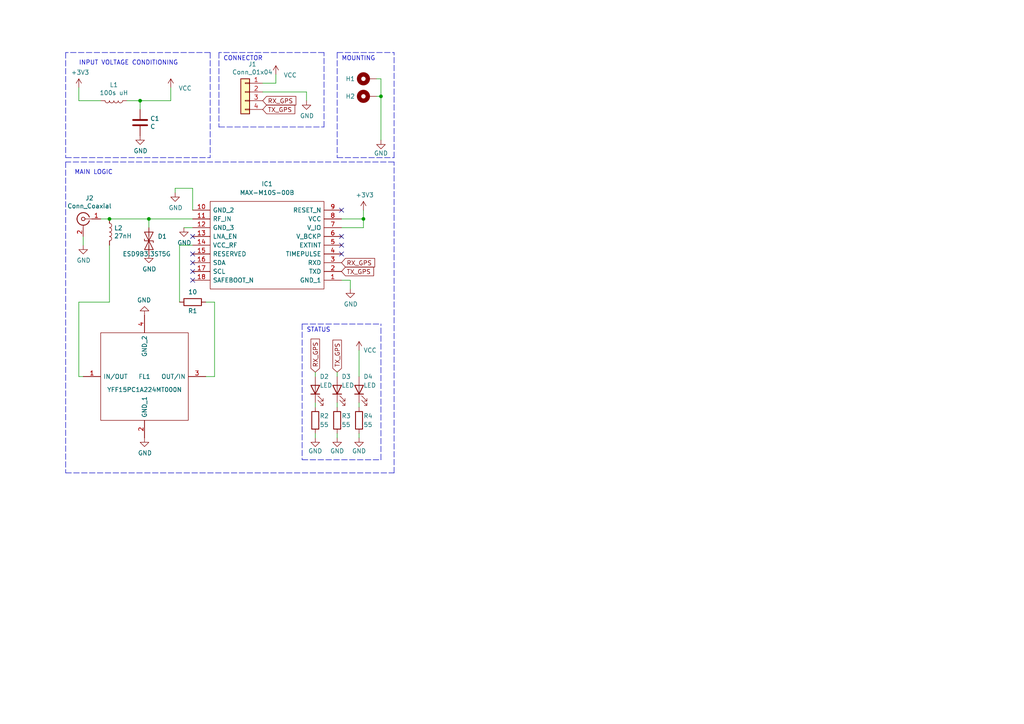
<source format=kicad_sch>
(kicad_sch (version 20211123) (generator eeschema)
  (paper "A4")
  (lib_symbols
    (symbol "Connector:Conn_Coaxial" (pin_names (offset 1.016) hide)
      (property "Reference" "J" (at 0.254 3.048 0))
      (property "Value" "Conn_Coaxial" (at 2.921 0 90))
      (symbol "Conn_Coaxial_0_1"
        (arc (start -1.778 -0.508) (mid 0.2311 -1.8066) (end 1.778 0) (stroke (width 0.254)))
        (polyline (pts (xy -2.54 0) (xy -0.508 0)))
        (polyline (pts (xy 0 -2.54) (xy 0 -1.778)))
        (circle (center 0 0) (radius 0.508) (stroke (width 0.2032)))
        (arc (start 1.778 0) (mid 0.2099 1.8101) (end -1.778 0.508) (stroke (width 0.254)))
      )
      (symbol "Conn_Coaxial_1_1"
        (pin passive line (at -5.08 0 0) (length 2.54) (name "In") (number "1"))
        (pin passive line (at 0 -5.08 90) (length 2.54) (name "Ext") (number "2"))
      )
    )
    (symbol "Connector_Generic:Conn_01x04" (pin_names (offset 1.016) hide)
      (property "Reference" "J" (at 0 5.08 0))
      (property "Value" "Conn_01x04" (at 0 -7.62 0))
      (symbol "Conn_01x04_1_1"
        (rectangle (start -1.27 -4.953) (end 0 -5.207) (stroke (width 0.1524)))
        (rectangle (start -1.27 -2.413) (end 0 -2.667) (stroke (width 0.1524)))
        (rectangle (start -1.27 0.127) (end 0 -0.127) (stroke (width 0.1524)))
        (rectangle (start -1.27 2.667) (end 0 2.413) (stroke (width 0.1524)))
        (rectangle (start -1.27 3.81) (end 1.27 -6.35) (stroke (width 0.254)) (fill (type background)))
        (pin passive line (at -5.08 2.54 0) (length 3.81) (name "Pin_1") (number "1"))
        (pin passive line (at -5.08 0 0) (length 3.81) (name "Pin_2") (number "2"))
        (pin passive line (at -5.08 -2.54 0) (length 3.81) (name "Pin_3") (number "3"))
        (pin passive line (at -5.08 -5.08 0) (length 3.81) (name "Pin_4") (number "4"))
      )
    )
    (symbol "Device:C" (pin_numbers hide) (pin_names (offset 0.254))
      (property "Reference" "C" (at 0.635 2.54 0))
      (property "Value" "C" (at 0.635 -2.54 0))
      (symbol "C_0_1"
        (polyline (pts (xy -2.032 -0.762) (xy 2.032 -0.762)) (stroke (width 0.508)))
        (polyline (pts (xy -2.032 0.762) (xy 2.032 0.762)) (stroke (width 0.508)))
      )
      (symbol "C_1_1"
        (pin passive line (at 0 3.81 270) (length 2.794) (name "~") (number "1"))
        (pin passive line (at 0 -3.81 90) (length 2.794) (name "~") (number "2"))
      )
    )
    (symbol "Device:L" (pin_numbers hide) (pin_names (offset 1.016) hide)
      (property "Reference" "L" (at -1.27 0 90))
      (property "Value" "L" (at 1.905 0 90))
      (symbol "L_0_1"
        (arc (start 0 -2.54) (mid 0.635 -1.905) (end 0 -1.27))
        (arc (start 0 -1.27) (mid 0.635 -0.635) (end 0 0))
        (arc (start 0 0) (mid 0.635 0.635) (end 0 1.27))
        (arc (start 0 1.27) (mid 0.635 1.905) (end 0 2.54))
      )
      (symbol "L_1_1"
        (pin passive line (at 0 3.81 270) (length 1.27) (name "1") (number "1"))
        (pin passive line (at 0 -3.81 90) (length 1.27) (name "2") (number "2"))
      )
    )
    (symbol "Device:LED" (pin_numbers hide) (pin_names (offset 1.016) hide)
      (property "Reference" "D" (at 0 2.54 0))
      (property "Value" "LED" (at 0 -2.54 0))
      (symbol "LED_0_1"
        (polyline (pts (xy -1.27 -1.27) (xy -1.27 1.27)) (stroke (width 0.254)))
        (polyline (pts (xy -1.27 0) (xy 1.27 0)))
        (polyline (pts (xy 1.27 -1.27) (xy 1.27 1.27) (xy -1.27 0) (xy 1.27 -1.27)) (stroke (width 0.254)))
        (polyline (pts (xy -3.048 -0.762) (xy -4.572 -2.286) (xy -3.81 -2.286) (xy -4.572 -2.286) (xy -4.572 -1.524)))
        (polyline (pts (xy -1.778 -0.762) (xy -3.302 -2.286) (xy -2.54 -2.286) (xy -3.302 -2.286) (xy -3.302 -1.524)))
      )
      (symbol "LED_1_1"
        (pin passive line (at -3.81 0 0) (length 2.54) (name "K") (number "1"))
        (pin passive line (at 3.81 0 180) (length 2.54) (name "A") (number "2"))
      )
    )
    (symbol "Device:R" (pin_numbers hide) (pin_names (offset 0))
      (property "Reference" "R" (at 2.032 0 90))
      (property "Value" "R" (at 0 0 90))
      (symbol "R_0_1"
        (rectangle (start -1.016 -2.54) (end 1.016 2.54) (stroke (width 0.254)))
      )
      (symbol "R_1_1"
        (pin passive line (at 0 3.81 270) (length 1.27) (name "~") (number "1"))
        (pin passive line (at 0 -3.81 90) (length 1.27) (name "~") (number "2"))
      )
    )
    (symbol "Diode:ESD9B3.3ST5G" (pin_numbers hide) (pin_names (offset 1.016) hide)
      (property "Reference" "D" (at 0 2.54 0))
      (property "Value" "ESD9B3.3ST5G" (at 0 -2.54 0))
      (symbol "ESD9B3.3ST5G_0_1"
        (polyline (pts (xy 1.27 0) (xy -1.27 0)))
        (polyline (pts (xy -2.54 -1.27) (xy 0 0) (xy -2.54 1.27) (xy -2.54 -1.27)) (stroke (width 0.2032)))
        (polyline (pts (xy 0.508 1.27) (xy 0 1.27) (xy 0 -1.27) (xy -0.508 -1.27)) (stroke (width 0.2032)))
        (polyline (pts (xy 2.54 1.27) (xy 2.54 -1.27) (xy 0 0) (xy 2.54 1.27)) (stroke (width 0.2032)))
      )
      (symbol "ESD9B3.3ST5G_1_1"
        (pin passive line (at -3.81 0 0) (length 2.54) (name "A1") (number "1"))
        (pin passive line (at 3.81 0 180) (length 2.54) (name "A2") (number "2"))
      )
    )
    (symbol "Mechanical:MountingHole_Pad" (pin_numbers hide) (pin_names (offset 1.016) hide)
      (property "Reference" "H" (at 0 6.35 0))
      (property "Value" "MountingHole_Pad" (at 0 4.445 0))
      (symbol "MountingHole_Pad_0_1"
        (circle (center 0 1.27) (radius 1.27) (stroke (width 1.27)))
      )
      (symbol "MountingHole_Pad_1_1"
        (pin input line (at 0 -2.54 90) (length 2.54) (name "1") (number "1"))
      )
    )
    (symbol "New_Library:MAX-M10S-00B" (pin_names (offset 0.762))
      (property "Reference" "IC" (at 39.37 7.62 0))
      (property "Value" "MAX-M10S-00B" (at 39.37 5.08 0))
      (symbol "MAX-M10S-00B_0_0"
        (pin passive line (at 43.18 -20.32 180) (length 5.08) (name "GND_1") (number "1"))
        (pin passive line (at 0 0 0) (length 5.08) (name "GND_2") (number "10"))
        (pin passive line (at 0 -2.54 0) (length 5.08) (name "RF_IN") (number "11"))
        (pin passive line (at 0 -5.08 0) (length 5.08) (name "GND_3") (number "12"))
        (pin passive line (at 0 -7.62 0) (length 5.08) (name "LNA_EN") (number "13"))
        (pin passive line (at 0 -10.16 0) (length 5.08) (name "VCC_RF") (number "14"))
        (pin passive line (at 0 -12.7 0) (length 5.08) (name "RESERVED") (number "15"))
        (pin passive line (at 0 -15.24 0) (length 5.08) (name "SDA") (number "16"))
        (pin passive line (at 0 -17.78 0) (length 5.08) (name "SCL") (number "17"))
        (pin passive line (at 0 -20.32 0) (length 5.08) (name "SAFEBOOT_N") (number "18"))
        (pin passive line (at 43.18 -17.78 180) (length 5.08) (name "TXD") (number "2"))
        (pin passive line (at 43.18 -15.24 180) (length 5.08) (name "RXD") (number "3"))
        (pin passive line (at 43.18 -12.7 180) (length 5.08) (name "TIMEPULSE") (number "4"))
        (pin passive line (at 43.18 -10.16 180) (length 5.08) (name "EXTINT") (number "5"))
        (pin passive line (at 43.18 -7.62 180) (length 5.08) (name "V_BCKP") (number "6"))
        (pin passive line (at 43.18 -5.08 180) (length 5.08) (name "V_IO") (number "7"))
        (pin passive line (at 43.18 -2.54 180) (length 5.08) (name "VCC") (number "8"))
        (pin passive line (at 43.18 0 180) (length 5.08) (name "RESET_N") (number "9"))
      )
      (symbol "MAX-M10S-00B_0_1"
        (polyline (pts (xy 5.08 2.54) (xy 38.1 2.54) (xy 38.1 -22.86) (xy 5.08 -22.86) (xy 5.08 2.54)) (stroke (width 0.1524)))
      )
    )
    (symbol "YFF15PC1A224MT000N:YFF15PC1A224MT000N" (pin_names (offset 0.762))
      (property "Reference" "FL" (at 31.75 17.78 0))
      (property "Value" "YFF15PC1A224MT000N" (at 31.75 15.24 0))
      (symbol "YFF15PC1A224MT000N_0_0"
        (pin passive line (at 0 0 0) (length 5.08) (name "IN/OUT") (number "1"))
        (pin passive line (at 17.78 -17.78 90) (length 5.08) (name "GND_1") (number "2"))
        (pin passive line (at 35.56 0 180) (length 5.08) (name "OUT/IN") (number "3"))
        (pin passive line (at 17.78 17.78 270) (length 5.08) (name "GND_2") (number "4"))
      )
      (symbol "YFF15PC1A224MT000N_0_1"
        (polyline (pts (xy 5.08 12.7) (xy 30.48 12.7) (xy 30.48 -12.7) (xy 5.08 -12.7) (xy 5.08 12.7)) (stroke (width 0.1524)))
      )
    )
    (symbol "power:+3V3" (power) (pin_names (offset 0))
      (property "Value" "+3V3" (at 0 3.556 0))
      (symbol "+3V3_0_1"
        (polyline (pts (xy -0.762 1.27) (xy 0 2.54)))
        (polyline (pts (xy 0 0) (xy 0 2.54)))
        (polyline (pts (xy 0 2.54) (xy 0.762 1.27)))
      )
      (symbol "+3V3_1_1"
        (pin power_in line (at 0 0 90) (length 0) hide (name "+3V3") (number "1"))
      )
    )
    (symbol "power:GND" (power) (pin_names (offset 0))
      (property "Value" "GND" (at 0 -3.81 0))
      (symbol "GND_0_1"
        (polyline (pts (xy 0 0) (xy 0 -1.27) (xy 1.27 -1.27) (xy 0 -2.54) (xy -1.27 -1.27) (xy 0 -1.27)))
      )
      (symbol "GND_1_1"
        (pin power_in line (at 0 0 270) (length 0) hide (name "GND") (number "1"))
      )
    )
    (symbol "power:VCC" (power) (pin_names (offset 0))
      (property "Value" "VCC" (at 0 3.81 0))
      (symbol "VCC_0_1"
        (polyline (pts (xy -0.762 1.27) (xy 0 2.54)))
        (polyline (pts (xy 0 0) (xy 0 2.54)))
        (polyline (pts (xy 0 2.54) (xy 0.762 1.27)))
      )
      (symbol "VCC_1_1"
        (pin power_in line (at 0 0 90) (length 0) hide (name "VCC") (number "1"))
      )
    )
  )
  (junction (at 105.41 63.5))
  (junction (at 40.64 29.21))
  (junction (at 110.49 27.94))
  (junction (at 43.18 63.5))
  (junction (at 31.75 63.5))
  (no_connect (at 55.88 81.28))
  (no_connect (at 55.88 73.66))
  (no_connect (at 99.06 68.58))
  (no_connect (at 99.06 73.66))
  (no_connect (at 55.88 68.58))
  (no_connect (at 99.06 60.96))
  (no_connect (at 55.88 78.74))
  (no_connect (at 55.88 76.2))
  (no_connect (at 99.06 71.12))
  (wire (pts (xy 40.64 29.21) (xy 49.53 29.21)))
  (wire (pts (xy 22.86 29.21) (xy 29.21 29.21)))
  (wire (pts (xy 50.8 54.61) (xy 55.88 54.61)))
  (wire (pts (xy 76.2 26.67) (xy 88.9 26.67)))
  (wire (pts (xy 91.44 107.95) (xy 91.44 109.22)))
  (wire (pts (xy 105.41 63.5) (xy 99.06 63.5)))
  (wire (pts (xy 31.75 71.12) (xy 31.75 87.63)))
  (polyline (pts (xy 114.3 45.72) (xy 114.3 15.24)))
  (wire (pts (xy 104.14 116.84) (xy 104.14 118.11)))
  (polyline (pts (xy 87.63 93.98) (xy 110.49 93.98)))
  (wire (pts (xy 101.6 81.28) (xy 101.6 83.82)))
  (wire (pts (xy 109.22 27.94) (xy 110.49 27.94)))
  (wire (pts (xy 105.41 60.96) (xy 105.41 63.5)))
  (wire (pts (xy 31.75 63.5) (xy 43.18 63.5)))
  (wire (pts (xy 53.34 66.04) (xy 55.88 66.04)))
  (polyline (pts (xy 60.96 15.24) (xy 19.05 15.24)))
  (polyline (pts (xy 19.05 45.72) (xy 60.96 45.72)))
  (wire (pts (xy 80.01 24.13) (xy 80.01 21.59)))
  (wire (pts (xy 22.86 109.22) (xy 24.13 109.22)))
  (polyline (pts (xy 63.5 36.83) (xy 93.98 36.83)))
  (wire (pts (xy 29.21 63.5) (xy 31.75 63.5)))
  (wire (pts (xy 110.49 22.86) (xy 110.49 27.94)))
  (wire (pts (xy 104.14 125.73) (xy 104.14 127)))
  (wire (pts (xy 43.18 63.5) (xy 55.88 63.5)))
  (wire (pts (xy 110.49 27.94) (xy 110.49 40.64)))
  (polyline (pts (xy 114.3 46.99) (xy 19.05 46.99)))
  (wire (pts (xy 36.83 29.21) (xy 40.64 29.21)))
  (wire (pts (xy 24.13 71.12) (xy 24.13 68.58)))
  (polyline (pts (xy 87.63 133.35) (xy 110.49 133.35)))
  (wire (pts (xy 59.69 87.63) (xy 62.23 87.63)))
  (wire (pts (xy 109.22 22.86) (xy 110.49 22.86)))
  (polyline (pts (xy 93.98 36.83) (xy 93.98 15.24)))
  (polyline (pts (xy 19.05 15.24) (xy 19.05 45.72)))
  (polyline (pts (xy 19.05 137.16) (xy 114.3 137.16)))
  (polyline (pts (xy 87.63 93.98) (xy 87.63 133.35)))
  (polyline (pts (xy 60.96 15.24) (xy 60.96 45.72)))
  (wire (pts (xy 104.14 101.6) (xy 104.14 109.22)))
  (wire (pts (xy 99.06 66.04) (xy 105.41 66.04)))
  (wire (pts (xy 88.9 26.67) (xy 88.9 29.21)))
  (wire (pts (xy 105.41 66.04) (xy 105.41 63.5)))
  (wire (pts (xy 97.79 116.84) (xy 97.79 118.11)))
  (wire (pts (xy 43.18 63.5) (xy 43.18 66.04)))
  (polyline (pts (xy 97.79 15.24) (xy 97.79 45.72)))
  (wire (pts (xy 62.23 109.22) (xy 59.69 109.22)))
  (polyline (pts (xy 97.79 15.24) (xy 114.3 15.24)))
  (wire (pts (xy 49.53 29.21) (xy 49.53 25.4)))
  (polyline (pts (xy 97.79 45.72) (xy 114.3 45.72)))
  (wire (pts (xy 55.88 54.61) (xy 55.88 60.96)))
  (wire (pts (xy 99.06 81.28) (xy 101.6 81.28)))
  (polyline (pts (xy 93.98 15.24) (xy 63.5 15.24)))
  (polyline (pts (xy 19.05 46.99) (xy 19.05 137.16)))
  (wire (pts (xy 91.44 125.73) (xy 91.44 127)))
  (wire (pts (xy 62.23 87.63) (xy 62.23 109.22)))
  (wire (pts (xy 22.86 87.63) (xy 31.75 87.63)))
  (wire (pts (xy 97.79 107.95) (xy 97.79 109.22)))
  (wire (pts (xy 22.86 87.63) (xy 22.86 109.22)))
  (wire (pts (xy 22.86 25.4) (xy 22.86 29.21)))
  (polyline (pts (xy 63.5 15.24) (xy 63.5 36.83)))
  (wire (pts (xy 52.07 71.12) (xy 55.88 71.12)))
  (wire (pts (xy 76.2 24.13) (xy 80.01 24.13)))
  (polyline (pts (xy 110.49 133.35) (xy 110.49 93.98)))
  (wire (pts (xy 97.79 125.73) (xy 97.79 127)))
  (wire (pts (xy 91.44 116.84) (xy 91.44 118.11)))
  (wire (pts (xy 52.07 87.63) (xy 52.07 71.12)))
  (wire (pts (xy 50.8 55.88) (xy 50.8 54.61)))
  (polyline (pts (xy 114.3 137.16) (xy 114.3 46.99)))
  (wire (pts (xy 40.64 29.21) (xy 40.64 31.75)))
  (text "CONNECTOR" (at 64.77 17.78 0) (effects (font (size 1.27 1.27)) (justify left bottom)))
  (text "STATUS" (at 88.9 96.52 0) (effects (font (size 1.27 1.27)) (justify left bottom)))
  (text "MOUNTING" (at 99.06 17.78 0) (effects (font (size 1.27 1.27)) (justify left bottom)))
  (text "INPUT VOLTAGE CONDITIONING\n" (at 22.86 19.05 0) (effects (font (size 1.27 1.27)) (justify left bottom)))
  (text "MAIN LOGIC\n" (at 21.59 50.8 0) (effects (font (size 1.27 1.27)) (justify left bottom)))
  (global_label "TX_GPS" (shape input) (at 76.2 31.75 0) (property "Intersheet References" "${INTERSHEET_REFS}" (effects hide)))
  (global_label "TX_GPS" (shape input) (at 99.06 78.74 0) (property "Intersheet References" "${INTERSHEET_REFS}" (effects hide)))
  (global_label "RX_GPS" (shape input) (at 76.2 29.21 0) (property "Intersheet References" "${INTERSHEET_REFS}" (effects hide)))
  (global_label "RX_GPS" (shape input) (at 91.44 107.95 90) (property "Intersheet References" "${INTERSHEET_REFS}" (effects hide)))
  (global_label "RX_GPS" (shape input) (at 99.06 76.2 0) (property "Intersheet References" "${INTERSHEET_REFS}" (effects hide)))
  (global_label "TX_GPS" (shape input) (at 97.79 107.95 90) (property "Intersheet References" "${INTERSHEET_REFS}" (effects hide)))
  (symbol (lib_id "power:GND") (at 101.6 83.82 0) (unit 1)
    (property "Reference" "#PWR05" (effects hide))
    (property "Value" "GND" (at 101.727 88.2142 0))
  )
  (symbol (lib_id "power:GND") (at 50.8 55.88 0) (unit 1)
    (property "Reference" "#PWR02" (effects hide))
    (property "Value" "GND" (at 50.927 60.2742 0))
  )
  (symbol (lib_id "power:GND") (at 53.34 66.04 0) (unit 1)
    (property "Reference" "#PWR03" (effects hide))
    (property "Value" "GND" (at 53.467 70.4342 0))
  )
  (symbol (lib_id "Device:L") (at 31.75 67.31 0) (unit 1)
    (property "Reference" "L2" (at 33.0962 66.1416 0) (effects (justify left)))
    (property "Value" "27nH" (at 33.0962 68.453 0) (effects (justify left)))
    (property "Footprint" "Inductor_SMD:L_1206_3216Metric_Pad1.22x1.90mm_HandSolder" (effects hide))
  )
  (symbol (lib_id "Device:R") (at 55.88 87.63 270) (unit 1)
    (property "Reference" "R1" (at 55.88 90.17 90))
    (property "Value" "10" (at 55.88 84.6836 90))
    (property "Footprint" "Resistor_SMD:R_1206_3216Metric_Pad1.30x1.75mm_HandSolder" (effects hide))
  )
  (symbol (lib_id "power:GND") (at 41.91 127 0) (unit 1)
    (property "Reference" "#PWR06" (effects hide))
    (property "Value" "GND" (at 42.037 131.3942 0))
  )
  (symbol (lib_id "power:GND") (at 40.64 39.37 0) (unit 1)
    (property "Reference" "#PWR0101" (effects hide))
    (property "Value" "GND" (at 40.767 43.7642 0))
  )
  (symbol (lib_id "power:+3V3") (at 22.86 25.4 0) (unit 1)
    (property "Reference" "#PWR0102" (effects hide))
    (property "Value" "+3V3" (at 23.241 21.0058 0))
  )
  (symbol (lib_id "power:GND") (at 24.13 71.12 0) (unit 1)
    (property "Reference" "#PWR04" (effects hide))
    (property "Value" "GND" (at 24.257 75.5142 0))
  )
  (symbol (lib_id "power:+3V3") (at 105.41 60.96 0) (unit 1)
    (property "Reference" "#PWR0103" (effects hide))
    (property "Value" "+3V3" (at 105.791 56.5658 0))
  )
  (symbol (lib_id "Connector:Conn_Coaxial") (at 24.13 63.5 0) (mirror y) (unit 1)
    (property "Reference" "J2" (at 25.9588 57.4548 0))
    (property "Value" "Conn_Coaxial" (at 25.9588 59.7662 0))
    (property "Footprint" "Connector_Coaxial:U.FL_Molex_MCRF_73412-0110_Vertical" (effects hide))
    (property "Datasheet" " ~" (effects hide))
  )
  (symbol (lib_id "Device:L") (at 33.02 29.21 270) (unit 1)
    (property "Reference" "L1" (at 33.02 24.6126 90))
    (property "Value" "100s uH" (at 33.02 26.924 90))
    (property "Footprint" "Inductor_SMD:L_1206_3216Metric_Pad1.22x1.90mm_HandSolder" (effects hide))
  )
  (symbol (lib_id "Device:C") (at 40.64 35.56 0) (unit 1)
    (property "Reference" "C1" (at 43.561 34.3916 0) (effects (justify left)))
    (property "Value" "C" (at 43.561 36.703 0) (effects (justify left)))
    (property "Footprint" "Capacitor_SMD:C_1206_3216Metric_Pad1.33x1.80mm_HandSolder" (effects hide))
  )
  (symbol (lib_id "power:VCC") (at 49.53 25.4 0) (unit 1)
    (property "Reference" "#3V03" (effects hide))
    (property "Value" "VCC" (at 51.7652 25.6032 0) (effects (justify left)))
  )
  (symbol (lib_id "Connector_Generic:Conn_01x04") (at 71.12 26.67 0) (mirror y) (unit 1)
    (property "Reference" "J1" (at 73.2028 18.6182 0))
    (property "Value" "Conn_01x04" (at 73.2028 20.9296 0))
    (property "Footprint" "Connector_PinHeader_2.54mm:PinHeader_1x04_P2.54mm_Vertical" (effects hide))
  )
  (symbol (lib_id "power:VCC") (at 80.01 21.59 0) (unit 1)
    (property "Reference" "#3V01" (effects hide))
    (property "Value" "VCC" (at 82.2452 21.7932 0) (effects (justify left)))
  )
  (symbol (lib_id "power:GND") (at 88.9 29.21 0) (unit 1)
    (property "Reference" "#PWR01" (effects hide))
    (property "Value" "GND" (at 89.027 33.6042 0))
  )
  (symbol (lib_id "power:GND") (at 104.14 127 0) (unit 1)
    (property "Reference" "#PWR011" (effects hide))
    (property "Value" "GND" (at 104.14 130.81 0))
  )
  (symbol (lib_id "Device:LED") (at 97.79 113.03 90) (unit 1)
    (property "Reference" "D3" (at 99.06 109.22 90) (effects (justify right)))
    (property "Value" "LED" (at 99.06 111.76 90) (effects (justify right)))
    (property "Footprint" "LED_SMD:LED_0603_1608Metric_Pad1.05x0.95mm_HandSolder" (effects hide))
  )
  (symbol (lib_id "power:GND") (at 110.49 40.64 0) (unit 1)
    (property "Reference" "#PWR07" (effects hide))
    (property "Value" "GND" (at 110.49 44.45 0))
  )
  (symbol (lib_id "Mechanical:MountingHole_Pad") (at 106.68 27.94 90) (unit 1)
    (property "Reference" "H2" (at 101.6 27.94 90))
    (property "Value" "MountingHole_Pad" (effects hide))
    (property "Footprint" "MountingHole:MountingHole_2.2mm_M2_Pad_TopBottom" (effects hide))
  )
  (symbol (lib_id "Device:LED") (at 91.44 113.03 90) (unit 1)
    (property "Reference" "D2" (at 92.71 109.22 90) (effects (justify right)))
    (property "Value" "LED" (at 92.71 111.76 90) (effects (justify right)))
    (property "Footprint" "LED_SMD:LED_0603_1608Metric_Pad1.05x0.95mm_HandSolder" (effects hide))
  )
  (symbol (lib_id "Diode:ESD9B3.3ST5G") (at 43.18 69.85 90) (unit 1)
    (property "Reference" "D1" (at 45.72 68.5799 90) (effects (justify right)))
    (property "Value" "ESD9B3.3ST5G" (at 35.56 73.66 90) (effects (justify right)))
    (property "Footprint" "Diode_SMD:D_SOD-923" (effects hide))
    (property "Datasheet" "https://www.onsemi.com/pub/Collateral/ESD9B-D.PDF" (effects hide))
  )
  (symbol (lib_id "Device:R") (at 97.79 121.92 0) (unit 1)
    (property "Reference" "R3" (at 99.06 120.65 0) (effects (justify left)))
    (property "Value" "55" (at 99.06 123.19 0) (effects (justify left)))
    (property "Footprint" "Resistor_SMD:R_0603_1608Metric_Pad0.98x0.95mm_HandSolder" (effects hide))
  )
  (symbol (lib_id "Device:R") (at 91.44 121.92 0) (unit 1)
    (property "Reference" "R2" (at 92.71 120.65 0) (effects (justify left)))
    (property "Value" "55" (at 92.71 123.19 0) (effects (justify left)))
    (property "Footprint" "Resistor_SMD:R_0603_1608Metric_Pad0.98x0.95mm_HandSolder" (effects hide))
  )
  (symbol (lib_id "Device:R") (at 104.14 121.92 0) (unit 1)
    (property "Reference" "R4" (at 105.41 120.65 0) (effects (justify left)))
    (property "Value" "55" (at 105.41 123.19 0) (effects (justify left)))
    (property "Footprint" "Resistor_SMD:R_0603_1608Metric_Pad0.98x0.95mm_HandSolder" (effects hide))
  )
  (symbol (lib_id "New_Library:MAX-M10S-00B") (at 55.88 60.96 0) (unit 1)
    (property "Reference" "IC1" (at 77.47 53.34 0))
    (property "Value" "MAX-M10S-00B" (at 77.47 55.88 0))
    (property "Footprint" "UBLOX_GPS:MAXM10S00B" (effects hide))
    (property "Datasheet" "https://content.u-blox.com/sites/default/files/MAX-M10S_IntegrationManual_UBX-20053088.pdf" (effects hide))
    (property "Description" "GPS Modules u-blox M10 GNSS LCC module, firmware in ROM, SAW filter, LNA" (effects hide))
    (property "Height" "2.7" (effects hide))
    (property "Mouser Part Number" "377-MAX-M10S-00B" (effects hide))
    (property "Mouser Price/Stock" "https://www.mouser.co.uk/ProductDetail/u-blox/MAX-M10S-00B?qs=A6eO%252BMLsxmT0PfQYPb7LLQ%3D%3D" (effects hide))
    (property "Manufacturer_Name" "U-Blox" (effects hide))
    (property "Manufacturer_Part_Number" "MAX-M10S-00B" (effects hide))
  )
  (symbol (lib_id "power:GND") (at 41.91 91.44 180) (unit 1)
    (property "Reference" "#PWR012" (effects hide))
    (property "Value" "GND" (at 41.783 87.0458 0))
  )
  (symbol (lib_id "power:GND") (at 91.44 127 0) (unit 1)
    (property "Reference" "#PWR09" (effects hide))
    (property "Value" "GND" (at 91.44 130.81 0))
  )
  (symbol (lib_id "YFF15PC1A224MT000N:YFF15PC1A224MT000N") (at 24.13 109.22 0) (unit 1)
    (property "Reference" "FL1" (at 41.91 109.22 0))
    (property "Value" "YFF15PC1A224MT000N" (at 41.91 113.03 0))
    (property "Footprint" "KiCad:YFF15PC" (effects hide))
    (property "Datasheet" "https://componentsearchengine.com/Datasheets/1/YFF15PC1A224MT000N.pdf" (effects hide))
    (property "Description" "3-terminal Filters, Insertion Loss=40dB (4MHz to 1000MHz), LxWxT: 1x0.55x0.3mm" (effects hide))
    (property "Mouser Part Number" "810-YFF15PC1A224M" (effects hide))
    (property "Mouser Price/Stock" "https://www.mouser.com/Search/Refine.aspx?Keyword=810-YFF15PC1A224M" (effects hide))
    (property "Manufacturer_Name" "TDK" (effects hide))
    (property "Manufacturer_Part_Number" "YFF15PC1A224MT000N" (effects hide))
  )
  (symbol (lib_id "Mechanical:MountingHole_Pad") (at 106.68 22.86 90) (unit 1)
    (property "Reference" "H1" (at 101.6 22.86 90))
    (property "Value" "MountingHole_Pad" (effects hide))
    (property "Footprint" "MountingHole:MountingHole_2.2mm_M2_Pad_TopBottom" (effects hide))
  )
  (symbol (lib_id "Device:LED") (at 104.14 113.03 90) (unit 1)
    (property "Reference" "D4" (at 105.41 109.22 90) (effects (justify right)))
    (property "Value" "LED" (at 105.41 111.76 90) (effects (justify right)))
    (property "Footprint" "LED_SMD:LED_0603_1608Metric_Pad1.05x0.95mm_HandSolder" (effects hide))
  )
  (symbol (lib_id "power:GND") (at 97.79 127 0) (unit 1)
    (property "Reference" "#PWR010" (effects hide))
    (property "Value" "GND" (at 97.79 130.81 0))
  )
  (symbol (lib_id "power:GND") (at 43.18 73.66 0) (unit 1)
    (property "Reference" "#PWR08" (effects hide))
    (property "Value" "GND" (at 43.307 78.0542 0))
  )
  (symbol (lib_id "power:VCC") (at 104.14 101.6 0) (unit 1)
    (property "Reference" "#3V02" (effects hide))
    (property "Value" "VCC" (at 105.41 101.6 0) (effects (justify left)))
  )
)
</source>
